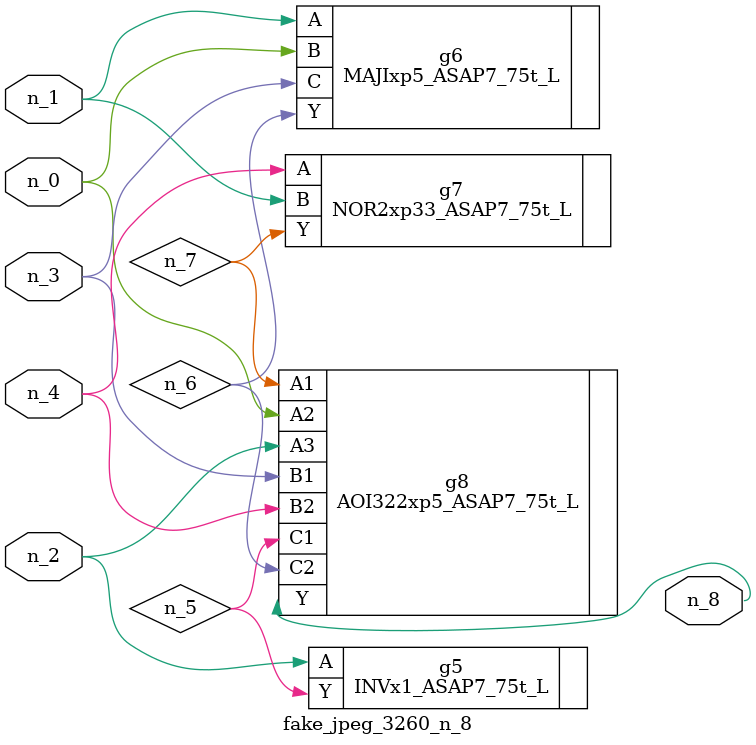
<source format=v>
module fake_jpeg_3260_n_8 (n_3, n_2, n_1, n_0, n_4, n_8);

input n_3;
input n_2;
input n_1;
input n_0;
input n_4;

output n_8;

wire n_6;
wire n_5;
wire n_7;

INVx1_ASAP7_75t_L g5 ( 
.A(n_2),
.Y(n_5)
);

MAJIxp5_ASAP7_75t_L g6 ( 
.A(n_1),
.B(n_0),
.C(n_3),
.Y(n_6)
);

NOR2xp33_ASAP7_75t_L g7 ( 
.A(n_4),
.B(n_1),
.Y(n_7)
);

AOI322xp5_ASAP7_75t_L g8 ( 
.A1(n_7),
.A2(n_0),
.A3(n_2),
.B1(n_3),
.B2(n_4),
.C1(n_5),
.C2(n_6),
.Y(n_8)
);


endmodule
</source>
